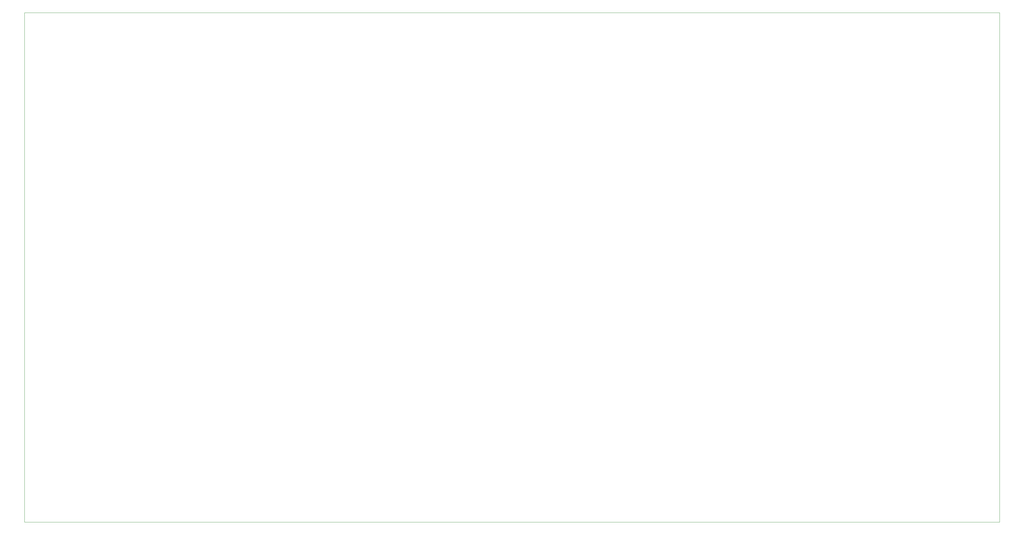
<source format=gbr>
%TF.GenerationSoftware,KiCad,Pcbnew,(6.0.10)*%
%TF.CreationDate,2023-03-26T00:58:32+03:00*%
%TF.ProjectId,delta48m,64656c74-6134-4386-9d2e-6b696361645f,1*%
%TF.SameCoordinates,Original*%
%TF.FileFunction,Profile,NP*%
%FSLAX46Y46*%
G04 Gerber Fmt 4.6, Leading zero omitted, Abs format (unit mm)*
G04 Created by KiCad (PCBNEW (6.0.10)) date 2023-03-26 00:58:32*
%MOMM*%
%LPD*%
G01*
G04 APERTURE LIST*
%TA.AperFunction,Profile*%
%ADD10C,0.100000*%
%TD*%
G04 APERTURE END LIST*
D10*
X69723000Y-71374000D02*
X356723000Y-71374000D01*
X356723000Y-71374000D02*
X356723000Y-221374000D01*
X356723000Y-221374000D02*
X69723000Y-221374000D01*
X69723000Y-221374000D02*
X69723000Y-71374000D01*
M02*

</source>
